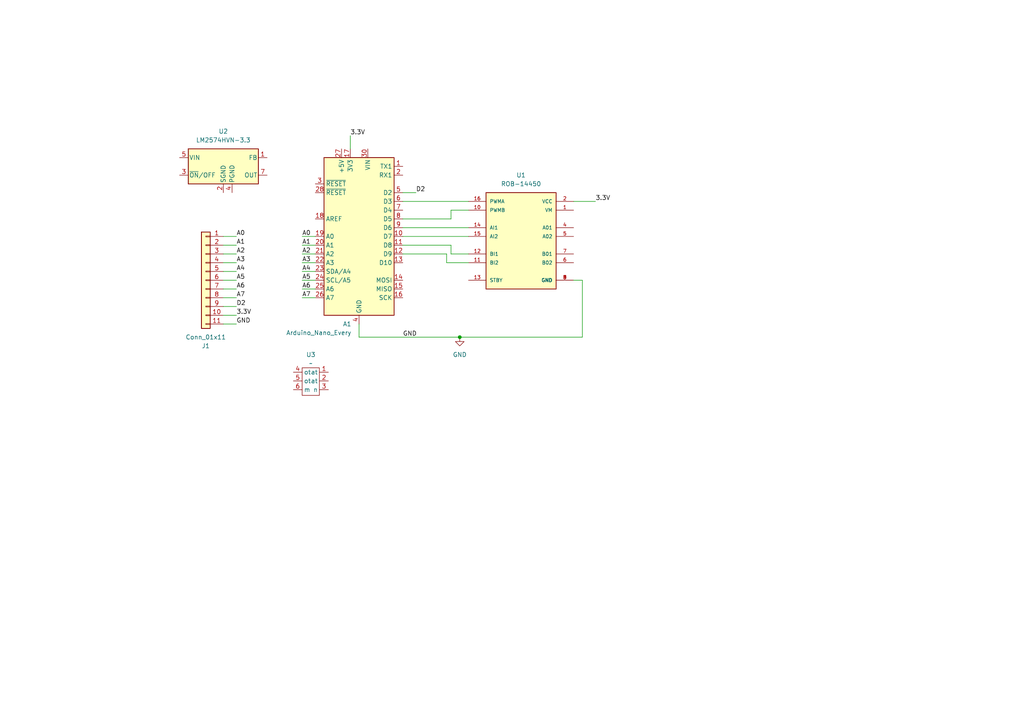
<source format=kicad_sch>
(kicad_sch (version 20231120) (generator "eeschema") (generator_version "8.0")
  (paper "A4")
  (lib_symbols
    (symbol "Connector_Generic:Conn_01x11" (pin_names (offset 1.016) hide)
      (property "Reference" "J" (at 0 15.24 0))
      (property "Value" "Conn_01x11" (at 0 -15.24 0))
      (symbol "Conn_01x11_1_1"
        (rectangle (start -1.27 -12.573) (end 0 -12.827) (stroke (width 0.1524)))
        (rectangle (start -1.27 -10.033) (end 0 -10.287) (stroke (width 0.1524)))
        (rectangle (start -1.27 -7.493) (end 0 -7.747) (stroke (width 0.1524)))
        (rectangle (start -1.27 -4.953) (end 0 -5.207) (stroke (width 0.1524)))
        (rectangle (start -1.27 -2.413) (end 0 -2.667) (stroke (width 0.1524)))
        (rectangle (start -1.27 0.127) (end 0 -0.127) (stroke (width 0.1524)))
        (rectangle (start -1.27 2.667) (end 0 2.413) (stroke (width 0.1524)))
        (rectangle (start -1.27 5.207) (end 0 4.953) (stroke (width 0.1524)))
        (rectangle (start -1.27 7.747) (end 0 7.493) (stroke (width 0.1524)))
        (rectangle (start -1.27 10.287) (end 0 10.033) (stroke (width 0.1524)))
        (rectangle (start -1.27 12.827) (end 0 12.573) (stroke (width 0.1524)))
        (rectangle (start -1.27 13.97) (end 1.27 -13.97) (stroke (width 0.254)) (fill (type background)))
        (pin passive line (at -5.08 12.7 0) (length 3.81) (name "Pin_1") (number "1"))
        (pin passive line (at -5.08 -10.16 0) (length 3.81) (name "Pin_10") (number "10"))
        (pin passive line (at -5.08 -12.7 0) (length 3.81) (name "Pin_11") (number "11"))
        (pin passive line (at -5.08 10.16 0) (length 3.81) (name "Pin_2") (number "2"))
        (pin passive line (at -5.08 7.62 0) (length 3.81) (name "Pin_3") (number "3"))
        (pin passive line (at -5.08 5.08 0) (length 3.81) (name "Pin_4") (number "4"))
        (pin passive line (at -5.08 2.54 0) (length 3.81) (name "Pin_5") (number "5"))
        (pin passive line (at -5.08 0 0) (length 3.81) (name "Pin_6") (number "6"))
        (pin passive line (at -5.08 -2.54 0) (length 3.81) (name "Pin_7") (number "7"))
        (pin passive line (at -5.08 -5.08 0) (length 3.81) (name "Pin_8") (number "8"))
        (pin passive line (at -5.08 -7.62 0) (length 3.81) (name "Pin_9") (number "9"))
      )
    )
    (symbol "MCU_Module:Arduino_Nano_Every"
      (property "Reference" "A" (at -10.16 23.495 0))
      (property "Value" "Arduino_Nano_Every" (at 5.08 -24.13 0))
      (symbol "Arduino_Nano_Every_0_1"
        (rectangle (start -10.16 22.86) (end 10.16 -22.86) (stroke (width 0.254)) (fill (type background)))
      )
      (symbol "Arduino_Nano_Every_1_1"
        (pin bidirectional line (at -12.7 20.32 0) (length 2.54) (name "TX1") (number "1"))
        (pin bidirectional line (at -12.7 0 0) (length 2.54) (name "D7") (number "10"))
        (pin bidirectional line (at -12.7 -2.54 0) (length 2.54) (name "D8") (number "11"))
        (pin bidirectional line (at -12.7 -5.08 0) (length 2.54) (name "D9") (number "12"))
        (pin bidirectional line (at -12.7 -7.62 0) (length 2.54) (name "D10") (number "13"))
        (pin bidirectional line (at -12.7 -12.7 0) (length 2.54) (name "MOSI") (number "14"))
        (pin bidirectional line (at -12.7 -15.24 0) (length 2.54) (name "MISO") (number "15"))
        (pin bidirectional line (at -12.7 -17.78 0) (length 2.54) (name "SCK") (number "16"))
        (pin power_out line (at 2.54 25.4 270) (length 2.54) (name "3V3") (number "17"))
        (pin input line (at 12.7 5.08 180) (length 2.54) (name "AREF") (number "18"))
        (pin bidirectional line (at 12.7 0 180) (length 2.54) (name "A0") (number "19"))
        (pin bidirectional line (at -12.7 17.78 0) (length 2.54) (name "RX1") (number "2"))
        (pin bidirectional line (at 12.7 -2.54 180) (length 2.54) (name "A1") (number "20"))
        (pin bidirectional line (at 12.7 -5.08 180) (length 2.54) (name "A2") (number "21"))
        (pin bidirectional line (at 12.7 -7.62 180) (length 2.54) (name "A3") (number "22"))
        (pin bidirectional line (at 12.7 -10.16 180) (length 2.54) (name "SDA/A4") (number "23"))
        (pin bidirectional line (at 12.7 -12.7 180) (length 2.54) (name "SCL/A5") (number "24"))
        (pin bidirectional line (at 12.7 -15.24 180) (length 2.54) (name "A6") (number "25"))
        (pin bidirectional line (at 12.7 -17.78 180) (length 2.54) (name "A7") (number "26"))
        (pin power_out line (at 5.08 25.4 270) (length 2.54) (name "+5V") (number "27"))
        (pin input line (at 12.7 12.7 180) (length 2.54) (name "~{RESET}") (number "28"))
        (pin passive line (at 0 -25.4 90) (length 2.54) hide (name "GND") (number "29"))
        (pin input line (at 12.7 15.24 180) (length 2.54) (name "~{RESET}") (number "3"))
        (pin power_in line (at -2.54 25.4 270) (length 2.54) (name "VIN") (number "30"))
        (pin power_in line (at 0 -25.4 90) (length 2.54) (name "GND") (number "4"))
        (pin bidirectional line (at -12.7 12.7 0) (length 2.54) (name "D2") (number "5"))
        (pin bidirectional line (at -12.7 10.16 0) (length 2.54) (name "D3") (number "6"))
        (pin bidirectional line (at -12.7 7.62 0) (length 2.54) (name "D4") (number "7"))
        (pin bidirectional line (at -12.7 5.08 0) (length 2.54) (name "D5") (number "8"))
        (pin bidirectional line (at -12.7 2.54 0) (length 2.54) (name "D6") (number "9"))
      )
    )
    (symbol "Regulator_Switching:LM2574HVN-3.3" (pin_names (offset 0.254))
      (property "Reference" "U" (at -10.16 6.35 0))
      (property "Value" "LM2574HVN-3.3" (at 0 6.35 0))
      (symbol "LM2574HVN-3.3_0_1"
        (rectangle (start -10.16 5.08) (end 10.16 -5.08) (stroke (width 0.254)) (fill (type background)))
      )
      (symbol "LM2574HVN-3.3_1_1"
        (pin input line (at 12.7 2.54 180) (length 2.54) (name "FB") (number "1"))
        (pin power_in line (at 0 -7.62 90) (length 2.54) (name "SGND") (number "2"))
        (pin input line (at -12.7 -2.54 0) (length 2.54) (name "~{ON}/OFF") (number "3"))
        (pin power_in line (at 2.54 -7.62 90) (length 2.54) (name "PGND") (number "4"))
        (pin power_in line (at -12.7 2.54 0) (length 2.54) (name "VIN") (number "5"))
        (pin no_connect line (at -10.16 0 0) (length 2.54) hide (name "NC") (number "6"))
        (pin output line (at 12.7 -2.54 180) (length 2.54) (name "OUT") (number "7"))
        (pin no_connect line (at 10.16 0 180) (length 2.54) hide (name "NC") (number "8"))
      )
    )
    (symbol "dpdt_switch_:T7X7-S_LatchingSwitch"
      (property "Reference" "U" (at 0.762 1.016 0))
      (symbol "T7X7-S_LatchingSwitch_0_1"
        (rectangle (start 0 0) (end 5 -8))
      )
      (symbol "T7X7-S_LatchingSwitch_1_1"
        (pin input line (at 7.62 -1.27 180) (length 2.54) (name "at") (number "1"))
        (pin input line (at 7.62 -3.81 180) (length 2.54) (name "at") (number "2"))
        (pin input line (at 7.62 -6.35 180) (length 2.54) (name "n") (number "3"))
        (pin input line (at -2.54 -1.27 0) (length 2.54) (name "ot") (number "4"))
        (pin input line (at -2.54 -3.81 0) (length 2.54) (name "ot") (number "5"))
        (pin input line (at -2.54 -6.35 0) (length 2.54) (name "m") (number "6"))
      )
    )
    (symbol "driver:ROB-14450" (pin_names (offset 1.016))
      (property "Reference" "U" (at -10.16 16.002 0))
      (property "Value" "ROB-14450" (at -10.16 -15.24 0))
      (symbol "ROB-14450_0_0"
        (rectangle (start -10.16 -12.7) (end 10.16 15.24) (stroke (width 0.254)) (fill (type background)))
        (pin power_in line (at 15.24 10.16 180) (length 5.08) (name "VM") (number "1"))
        (pin input line (at -15.24 10.16 0) (length 5.08) (name "PWMB") (number "10"))
        (pin input line (at -15.24 -5.08 0) (length 5.08) (name "BI2") (number "11"))
        (pin input line (at -15.24 -2.54 0) (length 5.08) (name "BI1") (number "12"))
        (pin input line (at -15.24 -10.16 0) (length 5.08) (name "STBY") (number "13"))
        (pin input line (at -15.24 5.08 0) (length 5.08) (name "AI1") (number "14"))
        (pin input line (at -15.24 2.54 0) (length 5.08) (name "AI2") (number "15"))
        (pin input line (at -15.24 12.7 0) (length 5.08) (name "PWMA") (number "16"))
        (pin power_in line (at 15.24 12.7 180) (length 5.08) (name "VCC") (number "2"))
        (pin power_in line (at 15.24 -10.16 180) (length 5.08) (name "GND") (number "3"))
        (pin output line (at 15.24 5.08 180) (length 5.08) (name "A01") (number "4"))
        (pin output line (at 15.24 2.54 180) (length 5.08) (name "A02") (number "5"))
        (pin output line (at 15.24 -5.08 180) (length 5.08) (name "B02") (number "6"))
        (pin output line (at 15.24 -2.54 180) (length 5.08) (name "B01") (number "7"))
        (pin power_in line (at 15.24 -10.16 180) (length 5.08) (name "GND") (number "8"))
        (pin power_in line (at 15.24 -10.16 180) (length 5.08) (name "GND") (number "9"))
      )
    )
    (symbol "power:GND" (power) (pin_numbers hide) (pin_names (offset 0) hide)
      (property "Value" "GND" (at 0 -3.81 0))
      (symbol "GND_0_1"
        (polyline (pts (xy 0 0) (xy 0 -1.27) (xy 1.27 -1.27) (xy 0 -2.54) (xy -1.27 -1.27) (xy 0 -1.27)))
      )
      (symbol "GND_1_1"
        (pin power_in line (at 0 0 270) (length 0) (name "~") (number "1"))
      )
    )
  )
  (junction (at 133.35 97.79))
  (wire (pts (xy 129.54 76.2) (xy 135.89 76.2)))
  (wire (pts (xy 116.84 63.5) (xy 130.81 63.5)))
  (wire (pts (xy 129.54 73.66) (xy 129.54 76.2)))
  (wire (pts (xy 168.91 81.28) (xy 166.37 81.28)))
  (wire (pts (xy 130.81 63.5) (xy 130.81 60.96)))
  (wire (pts (xy 116.84 73.66) (xy 129.54 73.66)))
  (wire (pts (xy 64.77 83.82) (xy 68.58 83.82)))
  (wire (pts (xy 130.81 71.12) (xy 130.81 73.66)))
  (wire (pts (xy 64.77 73.66) (xy 68.58 73.66)))
  (wire (pts (xy 104.14 93.98) (xy 104.14 97.79)))
  (wire (pts (xy 64.77 88.9) (xy 68.58 88.9)))
  (wire (pts (xy 64.77 93.98) (xy 68.58 93.98)))
  (wire (pts (xy 64.77 68.58) (xy 68.58 68.58)))
  (wire (pts (xy 130.81 73.66) (xy 135.89 73.66)))
  (wire (pts (xy 116.84 58.42) (xy 135.89 58.42)))
  (wire (pts (xy 87.63 83.82) (xy 91.44 83.82)))
  (wire (pts (xy 87.63 76.2) (xy 91.44 76.2)))
  (wire (pts (xy 64.77 71.12) (xy 68.58 71.12)))
  (wire (pts (xy 116.84 55.88) (xy 120.65 55.88)))
  (wire (pts (xy 87.63 68.58) (xy 91.44 68.58)))
  (wire (pts (xy 133.35 97.79) (xy 168.91 97.79)))
  (wire (pts (xy 64.77 81.28) (xy 68.58 81.28)))
  (wire (pts (xy 116.84 71.12) (xy 130.81 71.12)))
  (wire (pts (xy 64.77 78.74) (xy 68.58 78.74)))
  (wire (pts (xy 116.84 68.58) (xy 135.89 68.58)))
  (wire (pts (xy 64.77 86.36) (xy 68.58 86.36)))
  (wire (pts (xy 116.84 66.04) (xy 135.89 66.04)))
  (wire (pts (xy 87.63 78.74) (xy 91.44 78.74)))
  (wire (pts (xy 130.81 60.96) (xy 135.89 60.96)))
  (wire (pts (xy 87.63 86.36) (xy 91.44 86.36)))
  (wire (pts (xy 64.77 76.2) (xy 68.58 76.2)))
  (wire (pts (xy 87.63 71.12) (xy 91.44 71.12)))
  (wire (pts (xy 87.63 73.66) (xy 91.44 73.66)))
  (wire (pts (xy 166.37 58.42) (xy 172.72 58.42)))
  (wire (pts (xy 168.91 97.79) (xy 168.91 81.28)))
  (wire (pts (xy 101.6 39.37) (xy 101.6 43.18)))
  (wire (pts (xy 64.77 91.44) (xy 68.58 91.44)))
  (wire (pts (xy 87.63 81.28) (xy 91.44 81.28)))
  (wire (pts (xy 104.14 97.79) (xy 133.35 97.79)))
  (label "A3" (at 87.63 76.2 0))
  (label "A2" (at 68.58 73.66 0))
  (label "A7" (at 87.63 86.36 0))
  (label "A3" (at 68.58 76.2 0))
  (label "A7" (at 68.58 86.36 0))
  (label "A5" (at 68.58 81.28 0))
  (label "GND" (at 116.84 97.79 0))
  (label "A4" (at 87.63 78.74 0))
  (label "A6" (at 87.63 83.82 0))
  (label "A0" (at 68.58 68.58 0))
  (label "3.3V" (at 172.72 58.42 0))
  (label "A2" (at 87.63 73.66 0))
  (label "A4" (at 68.58 78.74 0))
  (label "3.3V" (at 101.6 39.37 0))
  (label "3.3V" (at 68.58 91.44 0))
  (label "A1" (at 87.63 71.12 0))
  (label "A5" (at 87.63 81.28 0))
  (label "A1" (at 68.58 71.12 0))
  (label "D2" (at 120.65 55.88 0))
  (label "A0" (at 87.63 68.58 0))
  (label "GND" (at 68.58 93.98 0))
  (label "A6" (at 68.58 83.82 0))
  (label "D2" (at 68.58 88.9 0))
  (symbol (lib_id "Connector_Generic:Conn_01x11") (at 59.69 81.28 0) (mirror y) (unit 1)
    (property "Reference" "J1" (at 59.69 100.33 0))
    (property "Value" "Conn_01x11" (at 59.69 97.79 0))
    (property "Footprint" "Connector_PinHeader_2.54mm:PinHeader_1x11_P2.54mm_Vertical" (effects (hide yes)))
    (property "Description" "Generic connector, single row, 01x11, script generated (kicad-library-utils/schlib/autogen/connector/)" (effects (hide yes)))
  )
  (symbol (lib_id "power:GND") (at 133.35 97.79 0) (unit 1)
    (property "Reference" "#PWR01" (effects (hide yes)))
    (property "Value" "GND" (at 133.35 102.87 0))
    (property "Description" "Power symbol creates a global label with name \"GND\" , ground" (effects (hide yes)))
  )
  (symbol (lib_id "MCU_Module:Arduino_Nano_Every") (at 104.14 68.58 0) (mirror y) (unit 1)
    (property "Reference" "A1" (at 101.9459 93.98 0) (effects (justify left)))
    (property "Value" "Arduino_Nano_Every" (at 101.9459 96.52 0) (effects (justify left)))
    (property "Footprint" "Module:Arduino_Nano" (effects (hide yes)))
    (property "Datasheet" "https://content.arduino.cc/assets/NANOEveryV3.0_sch.pdf" (effects (hide yes)))
    (property "Description" "Arduino Nano Every" (effects (hide yes)))
  )
  (symbol (lib_id "driver:ROB-14450") (at 151.13 71.12 0) (unit 1)
    (property "Reference" "U1" (at 151.13 50.8 0))
    (property "Value" "ROB-14450" (at 151.13 53.34 0))
    (property "Footprint" "Library:MODULE_ROB-14450" (effects (hide yes)))
    (property "MF" "SparkFun Electronics" (effects (hide yes)))
    (property "Description_1" "\nTB6612FNG - Motor Controller/Driver Power Management Evaluation Board\n" (effects (hide yes)))
    (property "Package" "None" (effects (hide yes)))
    (property "Price" "None" (effects (hide yes)))
    (property "Check_prices" "https://www.snapeda.com/parts/ROB-14450/SparkFun+Electronics/view-part/?ref=eda" (effects (hide yes)))
    (property "STANDARD" "Manufacturer Recommendation" (effects (hide yes)))
    (property "PARTREV" "11-13-17" (effects (hide yes)))
    (property "SnapEDA_Link" "https://www.snapeda.com/parts/ROB-14450/SparkFun+Electronics/view-part/?ref=snap" (effects (hide yes)))
    (property "MP" "ROB-14450" (effects (hide yes)))
    (property "Availability" "In Stock" (effects (hide yes)))
    (property "MANUFACTURER" "Sparkfun Electronics" (effects (hide yes)))
  )
  (symbol (lib_id "dpdt_switch_:T7X7-S_LatchingSwitch") (at 87.63 106.68 0) (unit 1)
    (property "Reference" "U3" (at 90.17 102.87 0))
    (property "Value" "~" (at 90.17 105.41 0))
    (property "Footprint" "dpdt_switch_:switches_latching" (effects (hide yes)))
  )
  (symbol (lib_id "Regulator_Switching:LM2574HVN-3.3") (at 64.77 48.26 0) (unit 1)
    (property "Reference" "U2" (at 64.77 38.1 0))
    (property "Value" "LM2574HVN-3.3" (at 64.77 40.64 0))
    (property "Footprint" "Package_DIP:DIP-8_W7.62mm" (effects (hide yes)))
    (property "Datasheet" "http://www.national.com/ds/LM/LM2574.pdf" (effects (hide yes)))
    (property "Description" "3.3V, 0.5A SIMPLE SWITCHER® Step-Down Voltage Regulator, High Voltage Input, DIP-8" (effects (hide yes)))
  )
)
</source>
